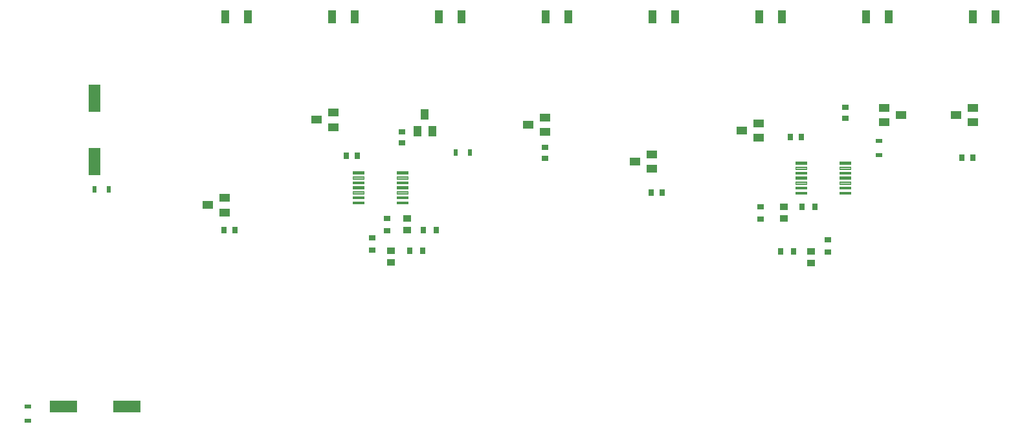
<source format=gbr>
G04 EAGLE Gerber RS-274X export*
G75*
%MOMM*%
%FSLAX34Y34*%
%LPD*%
%INSolderpaste Top*%
%IPPOS*%
%AMOC8*
5,1,8,0,0,1.08239X$1,22.5*%
G01*
G04 Define Apertures*
%ADD10R,0.558800X0.889000*%
%ADD11R,0.889000X0.558800*%
%ADD12R,1.498600X3.606800*%
%ADD13R,3.606800X1.498600*%
%ADD14R,0.900000X0.650000*%
%ADD15R,0.930000X0.790000*%
%ADD16R,0.790000X0.930000*%
%ADD17R,0.980000X0.860000*%
%ADD18R,1.050000X1.770000*%
%ADD19R,0.650000X0.900000*%
%ADD20R,1.400000X1.000000*%
%ADD21R,1.000000X1.400000*%
%ADD22C,0.102500*%
D10*
X713762Y906780D03*
X732304Y906780D03*
D11*
X153670Y555879D03*
X153670Y574421D03*
X1267460Y903859D03*
X1267460Y922401D03*
D12*
X241300Y978154D03*
X241300Y895096D03*
D13*
X283464Y574040D03*
X200406Y574040D03*
D10*
X240919Y858520D03*
X259461Y858520D03*
D14*
X1223010Y951600D03*
X1223010Y966100D03*
D15*
X1199998Y776660D03*
X1199998Y793060D03*
D16*
X1155010Y777240D03*
X1138610Y777240D03*
D17*
X1178592Y761970D03*
X1178592Y777270D03*
D16*
X1166550Y836240D03*
X1182950Y836240D03*
D15*
X1112520Y836240D03*
X1112520Y819840D03*
D17*
X1143000Y820390D03*
X1143000Y835690D03*
D18*
X1110370Y1084580D03*
X1140070Y1084580D03*
D19*
X1165490Y927100D03*
X1150990Y927100D03*
D18*
X970670Y1084580D03*
X1000370Y1084580D03*
D19*
X983880Y854710D03*
X969380Y854710D03*
D18*
X830970Y1084580D03*
X860670Y1084580D03*
D14*
X830580Y899530D03*
X830580Y914030D03*
D18*
X691270Y1084580D03*
X720970Y1084580D03*
D14*
X643380Y919850D03*
X643380Y934350D03*
D15*
X623570Y804600D03*
X623570Y821000D03*
D16*
X671250Y805180D03*
X687650Y805180D03*
D17*
X650240Y820450D03*
X650240Y805150D03*
D15*
X604520Y779200D03*
X604520Y795600D03*
D16*
X653470Y778510D03*
X669870Y778510D03*
D17*
X628650Y763240D03*
X628650Y778540D03*
D18*
X1389770Y1084580D03*
X1419470Y1084580D03*
X551570Y1084580D03*
X581270Y1084580D03*
D19*
X585100Y902970D03*
X570600Y902970D03*
D18*
X411870Y1084580D03*
X441570Y1084580D03*
D19*
X425080Y805180D03*
X410580Y805180D03*
X1375780Y900430D03*
X1390280Y900430D03*
D18*
X1250070Y1084580D03*
X1279770Y1084580D03*
D20*
X1368220Y956310D03*
X1390220Y965810D03*
X1390220Y946810D03*
X1295762Y956310D03*
X1273762Y946810D03*
X1273762Y965810D03*
X1087550Y935990D03*
X1109550Y945490D03*
X1109550Y926490D03*
X947850Y895350D03*
X969850Y904850D03*
X969850Y885850D03*
X808150Y943610D03*
X830150Y953110D03*
X830150Y934110D03*
D21*
X673100Y957150D03*
X682600Y935150D03*
X663600Y935150D03*
D20*
X531290Y949960D03*
X553290Y959460D03*
X553290Y940460D03*
X389050Y838200D03*
X411050Y847700D03*
X411050Y828700D03*
D22*
X636042Y843098D02*
X650718Y843098D01*
X650718Y840022D01*
X636042Y840022D01*
X636042Y843098D01*
X636042Y840996D02*
X650718Y840996D01*
X650718Y841970D02*
X636042Y841970D01*
X636042Y842944D02*
X650718Y842944D01*
X650718Y849598D02*
X636042Y849598D01*
X650718Y849598D02*
X650718Y846522D01*
X636042Y846522D01*
X636042Y849598D01*
X636042Y847496D02*
X650718Y847496D01*
X650718Y848470D02*
X636042Y848470D01*
X636042Y849444D02*
X650718Y849444D01*
X650718Y856098D02*
X636042Y856098D01*
X650718Y856098D02*
X650718Y853022D01*
X636042Y853022D01*
X636042Y856098D01*
X636042Y853996D02*
X650718Y853996D01*
X650718Y854970D02*
X636042Y854970D01*
X636042Y855944D02*
X650718Y855944D01*
X650718Y862598D02*
X636042Y862598D01*
X650718Y862598D02*
X650718Y859522D01*
X636042Y859522D01*
X636042Y862598D01*
X636042Y860496D02*
X650718Y860496D01*
X650718Y861470D02*
X636042Y861470D01*
X636042Y862444D02*
X650718Y862444D01*
X650718Y869098D02*
X636042Y869098D01*
X650718Y869098D02*
X650718Y866022D01*
X636042Y866022D01*
X636042Y869098D01*
X636042Y866996D02*
X650718Y866996D01*
X650718Y867970D02*
X636042Y867970D01*
X636042Y868944D02*
X650718Y868944D01*
X650718Y875598D02*
X636042Y875598D01*
X650718Y875598D02*
X650718Y872522D01*
X636042Y872522D01*
X636042Y875598D01*
X636042Y873496D02*
X650718Y873496D01*
X650718Y874470D02*
X636042Y874470D01*
X636042Y875444D02*
X650718Y875444D01*
X650718Y882098D02*
X636042Y882098D01*
X650718Y882098D02*
X650718Y879022D01*
X636042Y879022D01*
X636042Y882098D01*
X636042Y879996D02*
X650718Y879996D01*
X650718Y880970D02*
X636042Y880970D01*
X636042Y881944D02*
X650718Y881944D01*
X593318Y882098D02*
X578642Y882098D01*
X593318Y882098D02*
X593318Y879022D01*
X578642Y879022D01*
X578642Y882098D01*
X578642Y879996D02*
X593318Y879996D01*
X593318Y880970D02*
X578642Y880970D01*
X578642Y881944D02*
X593318Y881944D01*
X593318Y875598D02*
X578642Y875598D01*
X593318Y875598D02*
X593318Y872522D01*
X578642Y872522D01*
X578642Y875598D01*
X578642Y873496D02*
X593318Y873496D01*
X593318Y874470D02*
X578642Y874470D01*
X578642Y875444D02*
X593318Y875444D01*
X593318Y869098D02*
X578642Y869098D01*
X593318Y869098D02*
X593318Y866022D01*
X578642Y866022D01*
X578642Y869098D01*
X578642Y866996D02*
X593318Y866996D01*
X593318Y867970D02*
X578642Y867970D01*
X578642Y868944D02*
X593318Y868944D01*
X593318Y862598D02*
X578642Y862598D01*
X593318Y862598D02*
X593318Y859522D01*
X578642Y859522D01*
X578642Y862598D01*
X578642Y860496D02*
X593318Y860496D01*
X593318Y861470D02*
X578642Y861470D01*
X578642Y862444D02*
X593318Y862444D01*
X593318Y856098D02*
X578642Y856098D01*
X593318Y856098D02*
X593318Y853022D01*
X578642Y853022D01*
X578642Y856098D01*
X578642Y853996D02*
X593318Y853996D01*
X593318Y854970D02*
X578642Y854970D01*
X578642Y855944D02*
X593318Y855944D01*
X593318Y849598D02*
X578642Y849598D01*
X593318Y849598D02*
X593318Y846522D01*
X578642Y846522D01*
X578642Y849598D01*
X578642Y847496D02*
X593318Y847496D01*
X593318Y848470D02*
X578642Y848470D01*
X578642Y849444D02*
X593318Y849444D01*
X593318Y843098D02*
X578642Y843098D01*
X593318Y843098D02*
X593318Y840022D01*
X578642Y840022D01*
X578642Y843098D01*
X578642Y840996D02*
X593318Y840996D01*
X593318Y841970D02*
X578642Y841970D01*
X578642Y842944D02*
X593318Y842944D01*
X1215162Y855798D02*
X1229838Y855798D01*
X1229838Y852722D01*
X1215162Y852722D01*
X1215162Y855798D01*
X1215162Y853696D02*
X1229838Y853696D01*
X1229838Y854670D02*
X1215162Y854670D01*
X1215162Y855644D02*
X1229838Y855644D01*
X1229838Y862298D02*
X1215162Y862298D01*
X1229838Y862298D02*
X1229838Y859222D01*
X1215162Y859222D01*
X1215162Y862298D01*
X1215162Y860196D02*
X1229838Y860196D01*
X1229838Y861170D02*
X1215162Y861170D01*
X1215162Y862144D02*
X1229838Y862144D01*
X1229838Y868798D02*
X1215162Y868798D01*
X1229838Y868798D02*
X1229838Y865722D01*
X1215162Y865722D01*
X1215162Y868798D01*
X1215162Y866696D02*
X1229838Y866696D01*
X1229838Y867670D02*
X1215162Y867670D01*
X1215162Y868644D02*
X1229838Y868644D01*
X1229838Y875298D02*
X1215162Y875298D01*
X1229838Y875298D02*
X1229838Y872222D01*
X1215162Y872222D01*
X1215162Y875298D01*
X1215162Y873196D02*
X1229838Y873196D01*
X1229838Y874170D02*
X1215162Y874170D01*
X1215162Y875144D02*
X1229838Y875144D01*
X1229838Y881798D02*
X1215162Y881798D01*
X1229838Y881798D02*
X1229838Y878722D01*
X1215162Y878722D01*
X1215162Y881798D01*
X1215162Y879696D02*
X1229838Y879696D01*
X1229838Y880670D02*
X1215162Y880670D01*
X1215162Y881644D02*
X1229838Y881644D01*
X1229838Y888298D02*
X1215162Y888298D01*
X1229838Y888298D02*
X1229838Y885222D01*
X1215162Y885222D01*
X1215162Y888298D01*
X1215162Y886196D02*
X1229838Y886196D01*
X1229838Y887170D02*
X1215162Y887170D01*
X1215162Y888144D02*
X1229838Y888144D01*
X1229838Y894798D02*
X1215162Y894798D01*
X1229838Y894798D02*
X1229838Y891722D01*
X1215162Y891722D01*
X1215162Y894798D01*
X1215162Y892696D02*
X1229838Y892696D01*
X1229838Y893670D02*
X1215162Y893670D01*
X1215162Y894644D02*
X1229838Y894644D01*
X1172438Y894798D02*
X1157762Y894798D01*
X1172438Y894798D02*
X1172438Y891722D01*
X1157762Y891722D01*
X1157762Y894798D01*
X1157762Y892696D02*
X1172438Y892696D01*
X1172438Y893670D02*
X1157762Y893670D01*
X1157762Y894644D02*
X1172438Y894644D01*
X1172438Y888298D02*
X1157762Y888298D01*
X1172438Y888298D02*
X1172438Y885222D01*
X1157762Y885222D01*
X1157762Y888298D01*
X1157762Y886196D02*
X1172438Y886196D01*
X1172438Y887170D02*
X1157762Y887170D01*
X1157762Y888144D02*
X1172438Y888144D01*
X1172438Y881798D02*
X1157762Y881798D01*
X1172438Y881798D02*
X1172438Y878722D01*
X1157762Y878722D01*
X1157762Y881798D01*
X1157762Y879696D02*
X1172438Y879696D01*
X1172438Y880670D02*
X1157762Y880670D01*
X1157762Y881644D02*
X1172438Y881644D01*
X1172438Y875298D02*
X1157762Y875298D01*
X1172438Y875298D02*
X1172438Y872222D01*
X1157762Y872222D01*
X1157762Y875298D01*
X1157762Y873196D02*
X1172438Y873196D01*
X1172438Y874170D02*
X1157762Y874170D01*
X1157762Y875144D02*
X1172438Y875144D01*
X1172438Y868798D02*
X1157762Y868798D01*
X1172438Y868798D02*
X1172438Y865722D01*
X1157762Y865722D01*
X1157762Y868798D01*
X1157762Y866696D02*
X1172438Y866696D01*
X1172438Y867670D02*
X1157762Y867670D01*
X1157762Y868644D02*
X1172438Y868644D01*
X1172438Y862298D02*
X1157762Y862298D01*
X1172438Y862298D02*
X1172438Y859222D01*
X1157762Y859222D01*
X1157762Y862298D01*
X1157762Y860196D02*
X1172438Y860196D01*
X1172438Y861170D02*
X1157762Y861170D01*
X1157762Y862144D02*
X1172438Y862144D01*
X1172438Y855798D02*
X1157762Y855798D01*
X1172438Y855798D02*
X1172438Y852722D01*
X1157762Y852722D01*
X1157762Y855798D01*
X1157762Y853696D02*
X1172438Y853696D01*
X1172438Y854670D02*
X1157762Y854670D01*
X1157762Y855644D02*
X1172438Y855644D01*
M02*

</source>
